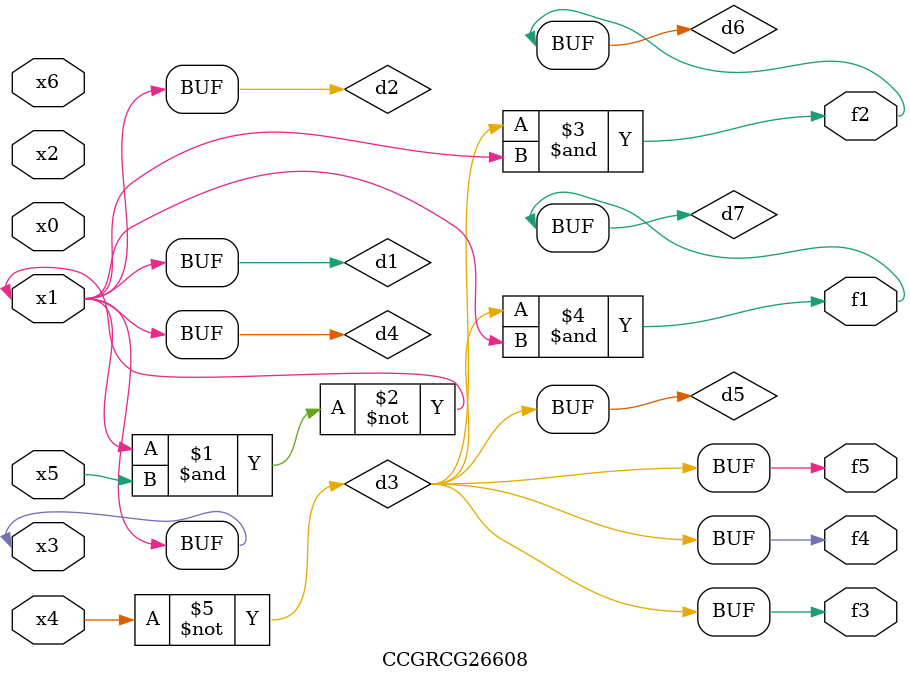
<source format=v>
module CCGRCG26608(
	input x0, x1, x2, x3, x4, x5, x6,
	output f1, f2, f3, f4, f5
);

	wire d1, d2, d3, d4, d5, d6, d7;

	buf (d1, x1, x3);
	nand (d2, x1, x5);
	not (d3, x4);
	buf (d4, d1, d2);
	buf (d5, d3);
	and (d6, d3, d4);
	and (d7, d3, d4);
	assign f1 = d7;
	assign f2 = d6;
	assign f3 = d5;
	assign f4 = d5;
	assign f5 = d5;
endmodule

</source>
